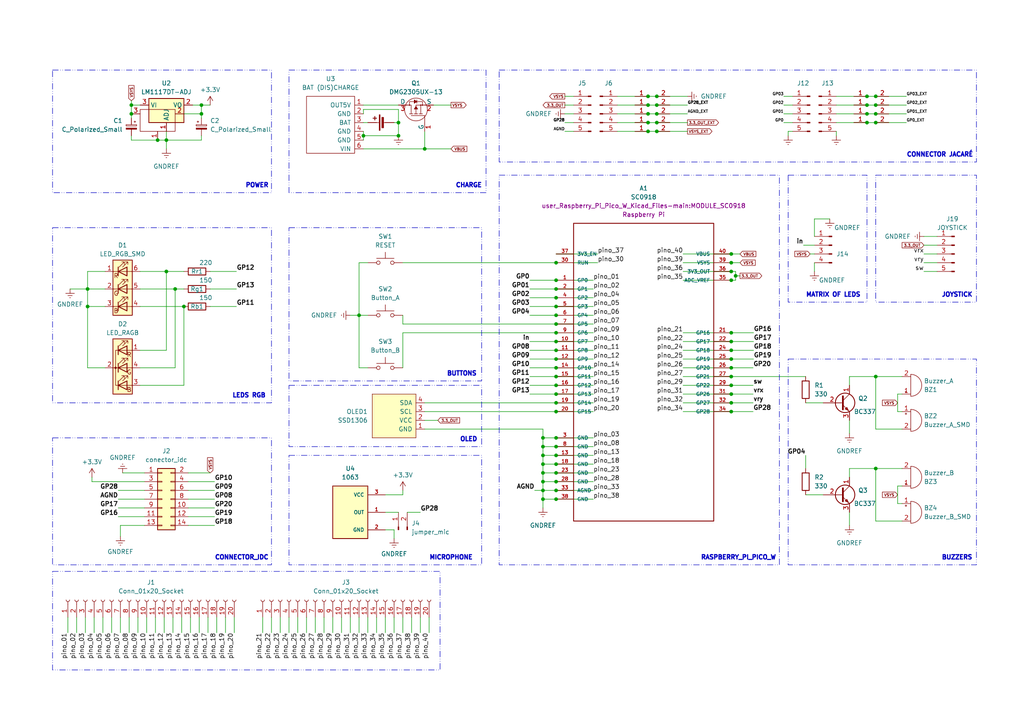
<source format=kicad_sch>
(kicad_sch (version 20230121) (generator eeschema)
  (paper "A4")
  (junction (at 161.29 111.76))
  (junction (at 161.29 99.06))
  (junction (at 161.29 116.84))
  (junction (at 161.29 109.22))
  (junction (at 161.29 104.14))
  (junction (at 161.29 134.62))
  (junction (at 212.09 109.22))
  (junction (at 161.29 132.08))
  (junction (at 58.42 33.02))
  (junction (at 161.29 129.54))
  (junction (at 161.29 137.16))
  (junction (at 254 35.56))
  (junction (at 104.14 91.44))
  (junction (at 53.34 88.9))
  (junction (at 212.09 116.84))
  (junction (at 157.48 132.08))
  (junction (at 251.46 30.48))
  (junction (at 161.29 119.38))
  (junction (at 161.29 88.9))
  (junction (at 190.5 30.48))
  (junction (at 212.09 104.14))
  (junction (at 212.09 101.6))
  (junction (at 212.09 119.38))
  (junction (at 161.29 96.52))
  (junction (at 212.09 96.52))
  (junction (at 157.48 127))
  (junction (at 38.1 33.02))
  (junction (at 212.09 76.2))
  (junction (at 157.48 129.54))
  (junction (at 161.29 86.36))
  (junction (at 254 30.48))
  (junction (at 254 33.02))
  (junction (at 161.29 114.3))
  (junction (at 190.5 35.56))
  (junction (at 161.29 139.7))
  (junction (at 212.09 81.28))
  (junction (at 161.29 106.68))
  (junction (at 187.96 38.1))
  (junction (at 254 27.94))
  (junction (at 187.96 33.02))
  (junction (at 212.09 111.76))
  (junction (at 187.96 35.56))
  (junction (at 161.29 76.2))
  (junction (at 251.46 27.94))
  (junction (at 38.1 30.48))
  (junction (at 157.48 137.16))
  (junction (at 212.09 78.74))
  (junction (at 157.48 134.62))
  (junction (at 157.48 144.78))
  (junction (at 157.48 142.24))
  (junction (at 254 109.22))
  (junction (at 123.19 43.18))
  (junction (at 212.09 73.66))
  (junction (at 251.46 35.56))
  (junction (at 187.96 27.94))
  (junction (at 161.29 81.28))
  (junction (at 213.36 80.01))
  (junction (at 50.8 83.82))
  (junction (at 254 135.89))
  (junction (at 105.41 39.37))
  (junction (at 25.4 83.82))
  (junction (at 212.09 114.3))
  (junction (at 157.48 139.7))
  (junction (at 161.29 142.24))
  (junction (at 161.29 101.6))
  (junction (at 187.96 30.48))
  (junction (at 25.4 88.9))
  (junction (at 161.29 83.82))
  (junction (at 161.29 127))
  (junction (at 212.09 106.68))
  (junction (at 251.46 33.02))
  (junction (at 48.26 78.74))
  (junction (at 190.5 38.1))
  (junction (at 45.72 40.64))
  (junction (at 161.29 91.44))
  (junction (at 190.5 33.02))
  (junction (at 161.29 144.78))
  (junction (at 161.29 93.98))
  (junction (at 115.57 39.37))
  (junction (at 115.57 35.56))
  (junction (at 212.09 99.06))
  (junction (at 58.42 30.48))
  (junction (at 190.5 27.94))
  (junction (at 48.26 40.64))
  (wire (pts (xy 118.11 148.59) (xy 121.92 148.59)))
  (wire (pts (xy 254 109.22) (xy 261.62 109.22)))
  (wire (pts (xy 260.35 146.05) (xy 261.62 146.05)))
  (wire (pts (xy 161.29 76.2) (xy 173.355 76.2)))
  (wire (pts (xy 125.73 30.48) (xy 130.81 30.48)))
  (wire (pts (xy 260.35 119.38) (xy 261.62 119.38)))
  (wire (pts (xy 254 135.89) (xy 254 151.13)))
  (wire (pts (xy 116.84 179.07) (xy 116.84 183.515)))
  (wire (pts (xy 179.07 35.56) (xy 187.96 35.56)))
  (wire (pts (xy 212.09 96.52) (xy 218.567 96.52)))
  (wire (pts (xy 198.12 111.76) (xy 212.09 111.76)))
  (wire (pts (xy 157.48 132.08) (xy 157.48 134.62)))
  (wire (pts (xy 153.67 111.76) (xy 161.29 111.76)))
  (wire (pts (xy 53.34 33.02) (xy 58.42 33.02)))
  (wire (pts (xy 179.07 33.02) (xy 187.96 33.02)))
  (wire (pts (xy 67.945 179.07) (xy 67.945 183.515)))
  (wire (pts (xy 198.12 104.14) (xy 212.09 104.14)))
  (wire (pts (xy 161.29 81.28) (xy 172.085 81.28)))
  (wire (pts (xy 242.57 35.56) (xy 251.46 35.56)))
  (wire (pts (xy 58.42 40.64) (xy 48.26 40.64)))
  (wire (pts (xy 111.76 153.67) (xy 114.3 153.67)))
  (wire (pts (xy 153.67 91.44) (xy 161.29 91.44)))
  (wire (pts (xy 153.67 99.06) (xy 161.29 99.06)))
  (wire (pts (xy 25.4 106.68) (xy 25.4 88.9)))
  (wire (pts (xy 105.41 38.1) (xy 105.41 39.37)))
  (wire (pts (xy 19.685 179.07) (xy 19.685 183.515)))
  (wire (pts (xy 99.06 179.07) (xy 99.06 183.515)))
  (wire (pts (xy 123.19 121.92) (xy 127 121.92)))
  (wire (pts (xy 34.29 142.24) (xy 41.91 142.24)))
  (wire (pts (xy 27.305 179.07) (xy 27.305 183.515)))
  (wire (pts (xy 78.74 179.07) (xy 78.74 183.515)))
  (wire (pts (xy 38.1 30.48) (xy 38.1 33.02)))
  (wire (pts (xy 37.465 179.07) (xy 37.465 183.515)))
  (wire (pts (xy 233.68 143.51) (xy 238.76 143.51)))
  (wire (pts (xy 119.38 179.07) (xy 119.38 183.515)))
  (wire (pts (xy 29.845 179.07) (xy 29.845 183.515)))
  (wire (pts (xy 109.22 179.07) (xy 109.22 183.515)))
  (wire (pts (xy 25.4 83.82) (xy 30.48 83.82)))
  (wire (pts (xy 116.84 143.51) (xy 111.76 143.51)))
  (wire (pts (xy 105.41 39.37) (xy 115.57 39.37)))
  (wire (pts (xy 187.96 35.56) (xy 190.5 35.56)))
  (wire (pts (xy 271.78 73.66) (xy 267.97 73.66)))
  (wire (pts (xy 161.29 88.9) (xy 172.085 88.9)))
  (wire (pts (xy 190.5 27.94) (xy 199.39 27.94)))
  (wire (pts (xy 234.95 73.66) (xy 236.22 73.66)))
  (wire (pts (xy 233.68 132.08) (xy 233.68 135.89)))
  (wire (pts (xy 153.67 114.3) (xy 161.29 114.3)))
  (wire (pts (xy 26.67 139.7) (xy 26.67 138.43)))
  (wire (pts (xy 104.14 76.2) (xy 104.14 91.44)))
  (wire (pts (xy 157.48 129.54) (xy 157.48 132.08)))
  (wire (pts (xy 76.2 179.07) (xy 76.2 183.515)))
  (wire (pts (xy 123.19 38.1) (xy 123.19 43.18)))
  (wire (pts (xy 161.29 129.54) (xy 157.48 129.54)))
  (wire (pts (xy 161.29 101.6) (xy 172.085 101.6)))
  (wire (pts (xy 190.5 35.56) (xy 199.39 35.56)))
  (wire (pts (xy 101.6 91.44) (xy 104.14 91.44)))
  (wire (pts (xy 157.48 124.46) (xy 157.48 127)))
  (wire (pts (xy 105.41 31.75) (xy 105.41 33.02)))
  (wire (pts (xy 161.29 144.78) (xy 172.085 144.78)))
  (wire (pts (xy 161.29 134.62) (xy 172.085 134.62)))
  (wire (pts (xy 54.61 147.32) (xy 62.23 147.32)))
  (wire (pts (xy 161.29 132.08) (xy 157.48 132.08)))
  (wire (pts (xy 246.38 148.59) (xy 246.38 152.4)))
  (wire (pts (xy 50.165 179.07) (xy 50.165 183.515)))
  (wire (pts (xy 157.48 139.7) (xy 157.48 142.24)))
  (wire (pts (xy 163.83 30.48) (xy 166.37 30.48)))
  (wire (pts (xy 52.705 179.07) (xy 52.705 183.515)))
  (wire (pts (xy 163.83 35.56) (xy 166.37 35.56)))
  (wire (pts (xy 242.57 38.1) (xy 242.57 39.37)))
  (wire (pts (xy 116.84 142.24) (xy 116.84 143.51)))
  (wire (pts (xy 101.6 179.07) (xy 101.6 183.515)))
  (wire (pts (xy 161.29 137.16) (xy 157.48 137.16)))
  (wire (pts (xy 227.33 30.48) (xy 229.87 30.48)))
  (wire (pts (xy 40.64 78.74) (xy 48.26 78.74)))
  (wire (pts (xy 50.8 83.82) (xy 53.34 83.82)))
  (wire (pts (xy 30.48 78.74) (xy 25.4 78.74)))
  (wire (pts (xy 213.36 80.01) (xy 214.63 80.01)))
  (wire (pts (xy 114.3 179.07) (xy 114.3 183.515)))
  (wire (pts (xy 123.19 43.18) (xy 105.41 43.18)))
  (wire (pts (xy 251.46 27.94) (xy 254 27.94)))
  (wire (pts (xy 153.67 109.22) (xy 161.29 109.22)))
  (wire (pts (xy 24.765 179.07) (xy 24.765 183.515)))
  (wire (pts (xy 187.96 27.94) (xy 190.5 27.94)))
  (wire (pts (xy 227.33 33.02) (xy 229.87 33.02)))
  (wire (pts (xy 22.225 179.07) (xy 22.225 183.515)))
  (wire (pts (xy 161.29 127) (xy 172.085 127)))
  (wire (pts (xy 88.9 179.07) (xy 88.9 183.515)))
  (wire (pts (xy 271.78 68.58) (xy 267.97 68.58)))
  (wire (pts (xy 153.67 104.14) (xy 161.29 104.14)))
  (wire (pts (xy 161.29 106.68) (xy 172.085 106.68)))
  (wire (pts (xy 198.12 73.66) (xy 212.09 73.66)))
  (wire (pts (xy 38.1 39.37) (xy 38.1 40.64)))
  (wire (pts (xy 105.41 35.56) (xy 106.68 35.56)))
  (wire (pts (xy 198.12 114.3) (xy 212.09 114.3)))
  (wire (pts (xy 121.92 179.07) (xy 121.92 183.515)))
  (wire (pts (xy 163.83 38.1) (xy 166.37 38.1)))
  (wire (pts (xy 157.48 144.78) (xy 161.29 144.78)))
  (wire (pts (xy 212.09 101.6) (xy 218.567 101.6)))
  (wire (pts (xy 123.19 116.84) (xy 161.29 116.84)))
  (wire (pts (xy 233.045 71.12) (xy 236.22 71.12)))
  (wire (pts (xy 153.67 88.9) (xy 161.29 88.9)))
  (wire (pts (xy 228.6 38.1) (xy 229.87 38.1)))
  (wire (pts (xy 242.57 33.02) (xy 251.46 33.02)))
  (wire (pts (xy 198.12 96.52) (xy 212.09 96.52)))
  (wire (pts (xy 212.09 73.66) (xy 214.63 73.66)))
  (wire (pts (xy 48.26 78.74) (xy 53.34 78.74)))
  (wire (pts (xy 40.64 83.82) (xy 50.8 83.82)))
  (wire (pts (xy 54.61 149.86) (xy 62.23 149.86)))
  (wire (pts (xy 213.36 81.28) (xy 213.36 80.01)))
  (wire (pts (xy 40.64 101.6) (xy 48.26 101.6)))
  (wire (pts (xy 246.38 121.92) (xy 246.38 125.73)))
  (wire (pts (xy 246.38 111.76) (xy 246.38 109.22)))
  (wire (pts (xy 246.38 135.89) (xy 254 135.89)))
  (wire (pts (xy 251.46 33.02) (xy 254 33.02)))
  (wire (pts (xy 40.64 111.76) (xy 53.34 111.76)))
  (wire (pts (xy 38.1 34.29) (xy 38.1 33.02)))
  (wire (pts (xy 161.29 111.76) (xy 172.085 111.76)))
  (wire (pts (xy 254 135.89) (xy 261.62 135.89)))
  (wire (pts (xy 212.09 119.38) (xy 218.44 119.38)))
  (wire (pts (xy 198.12 81.28) (xy 212.09 81.28)))
  (wire (pts (xy 198.12 101.6) (xy 212.09 101.6)))
  (wire (pts (xy 105.41 39.37) (xy 105.41 40.64)))
  (wire (pts (xy 163.83 33.02) (xy 166.37 33.02)))
  (wire (pts (xy 161.29 99.06) (xy 172.085 99.06)))
  (wire (pts (xy 161.29 137.16) (xy 172.085 137.16)))
  (wire (pts (xy 96.52 179.07) (xy 96.52 183.515)))
  (wire (pts (xy 157.48 134.62) (xy 157.48 137.16)))
  (wire (pts (xy 161.29 132.08) (xy 172.085 132.08)))
  (wire (pts (xy 30.48 88.9) (xy 25.4 88.9)))
  (wire (pts (xy 50.8 83.82) (xy 50.8 106.68)))
  (wire (pts (xy 198.12 78.74) (xy 212.09 78.74)))
  (wire (pts (xy 179.07 30.48) (xy 187.96 30.48)))
  (wire (pts (xy 227.33 27.94) (xy 229.87 27.94)))
  (wire (pts (xy 261.62 114.3) (xy 260.35 114.3)))
  (wire (pts (xy 93.98 179.07) (xy 93.98 183.515)))
  (wire (pts (xy 161.29 73.66) (xy 173.355 73.66)))
  (wire (pts (xy 260.35 140.97) (xy 260.35 146.05)))
  (wire (pts (xy 55.245 179.07) (xy 55.245 183.515)))
  (wire (pts (xy 25.4 88.9) (xy 25.4 83.82)))
  (wire (pts (xy 157.48 142.24) (xy 157.48 144.78)))
  (wire (pts (xy 198.12 106.68) (xy 212.09 106.68)))
  (wire (pts (xy 161.29 119.38) (xy 172.085 119.38)))
  (wire (pts (xy 163.83 27.94) (xy 166.37 27.94)))
  (wire (pts (xy 34.925 179.07) (xy 34.925 183.515)))
  (wire (pts (xy 106.68 179.07) (xy 106.68 183.515)))
  (wire (pts (xy 58.42 34.29) (xy 58.42 33.02)))
  (wire (pts (xy 254 33.02) (xy 262.89 33.02)))
  (wire (pts (xy 254 27.94) (xy 262.89 27.94)))
  (wire (pts (xy 104.14 179.07) (xy 104.14 183.515)))
  (wire (pts (xy 161.29 116.84) (xy 172.085 116.84)))
  (wire (pts (xy 86.36 179.07) (xy 86.36 183.515)))
  (wire (pts (xy 54.61 152.4) (xy 62.23 152.4)))
  (wire (pts (xy 198.12 116.84) (xy 212.09 116.84)))
  (wire (pts (xy 60.325 179.07) (xy 60.325 183.515)))
  (wire (pts (xy 123.19 43.18) (xy 130.81 43.18)))
  (wire (pts (xy 123.19 119.38) (xy 161.29 119.38)))
  (wire (pts (xy 48.26 38.1) (xy 48.26 40.64)))
  (wire (pts (xy 38.1 29.21) (xy 38.1 30.48)))
  (wire (pts (xy 34.925 152.4) (xy 41.91 152.4)))
  (wire (pts (xy 58.42 39.37) (xy 58.42 40.64)))
  (wire (pts (xy 254 151.13) (xy 261.62 151.13)))
  (wire (pts (xy 179.07 38.1) (xy 187.96 38.1)))
  (wire (pts (xy 34.29 144.78) (xy 41.91 144.78)))
  (wire (pts (xy 161.29 139.7) (xy 172.085 139.7)))
  (wire (pts (xy 198.12 119.38) (xy 212.09 119.38)))
  (wire (pts (xy 179.07 27.94) (xy 187.96 27.94)))
  (wire (pts (xy 38.1 40.64) (xy 45.72 40.64)))
  (wire (pts (xy 111.76 179.07) (xy 111.76 183.515)))
  (wire (pts (xy 157.48 127) (xy 157.48 129.54)))
  (wire (pts (xy 26.67 139.7) (xy 41.91 139.7)))
  (wire (pts (xy 115.57 31.75) (xy 115.57 35.56)))
  (wire (pts (xy 187.96 30.48) (xy 190.5 30.48)))
  (wire (pts (xy 32.385 179.07) (xy 32.385 183.515)))
  (wire (pts (xy 271.78 76.2) (xy 267.97 76.2)))
  (wire (pts (xy 54.61 139.7) (xy 62.23 139.7)))
  (wire (pts (xy 25.4 78.74) (xy 25.4 83.82)))
  (wire (pts (xy 212.09 76.2) (xy 214.63 76.2)))
  (wire (pts (xy 40.64 88.9) (xy 53.34 88.9)))
  (wire (pts (xy 190.5 33.02) (xy 199.39 33.02)))
  (wire (pts (xy 227.33 35.56) (xy 229.87 35.56)))
  (wire (pts (xy 48.26 40.64) (xy 48.26 43.18)))
  (wire (pts (xy 47.625 179.07) (xy 47.625 183.515)))
  (wire (pts (xy 161.29 96.52) (xy 172.085 96.52)))
  (wire (pts (xy 60.96 88.9) (xy 68.58 88.9)))
  (wire (pts (xy 65.405 179.07) (xy 65.405 183.515)))
  (wire (pts (xy 157.48 137.16) (xy 157.48 139.7)))
  (wire (pts (xy 155.067 142.24) (xy 157.48 142.24)))
  (wire (pts (xy 153.67 83.82) (xy 161.29 83.82)))
  (wire (pts (xy 34.925 152.4) (xy 34.925 155.575)))
  (wire (pts (xy 58.42 30.48) (xy 60.96 30.48)))
  (wire (pts (xy 116.84 76.2) (xy 161.29 76.2)))
  (wire (pts (xy 54.61 142.24) (xy 62.23 142.24)))
  (wire (pts (xy 157.48 142.24) (xy 161.29 142.24)))
  (wire (pts (xy 271.78 71.12) (xy 267.97 71.12)))
  (wire (pts (xy 20.32 83.82) (xy 25.4 83.82)))
  (wire (pts (xy 187.96 38.1) (xy 190.5 38.1)))
  (wire (pts (xy 111.76 148.59) (xy 115.57 148.59)))
  (wire (pts (xy 190.5 30.48) (xy 199.39 30.48)))
  (wire (pts (xy 246.38 138.43) (xy 246.38 135.89)))
  (wire (pts (xy 30.48 106.68) (xy 25.4 106.68)))
  (wire (pts (xy 198.12 76.2) (xy 212.09 76.2)))
  (wire (pts (xy 212.09 99.06) (xy 218.567 99.06)))
  (wire (pts (xy 213.36 80.01) (xy 213.36 78.74)))
  (wire (pts (xy 161.29 109.22) (xy 172.085 109.22)))
  (wire (pts (xy 45.72 40.64) (xy 48.26 40.64)))
  (wire (pts (xy 254 35.56) (xy 262.89 35.56)))
  (wire (pts (xy 212.09 109.22) (xy 233.68 109.22)))
  (wire (pts (xy 161.29 104.14) (xy 172.085 104.14)))
  (wire (pts (xy 83.82 179.07) (xy 83.82 183.515)))
  (wire (pts (xy 153.67 106.68) (xy 161.29 106.68)))
  (wire (pts (xy 212.09 81.28) (xy 213.36 81.28)))
  (wire (pts (xy 254 124.46) (xy 254 109.22)))
  (wire (pts (xy 251.46 30.48) (xy 254 30.48)))
  (wire (pts (xy 91.44 179.07) (xy 91.44 183.515)))
  (wire (pts (xy 161.29 134.62) (xy 157.48 134.62)))
  (wire (pts (xy 260.35 114.3) (xy 260.35 119.38)))
  (wire (pts (xy 242.57 27.94) (xy 251.46 27.94)))
  (wire (pts (xy 45.085 179.07) (xy 45.085 183.515)))
  (wire (pts (xy 251.46 35.56) (xy 254 35.56)))
  (wire (pts (xy 161.29 129.54) (xy 172.085 129.54)))
  (wire (pts (xy 54.61 144.78) (xy 62.23 144.78)))
  (wire (pts (xy 105.41 30.48) (xy 115.57 30.48)))
  (wire (pts (xy 105.41 31.75) (xy 115.57 31.75)))
  (wire (pts (xy 161.29 142.24) (xy 172.085 142.24)))
  (wire (pts (xy 34.29 149.86) (xy 41.91 149.86)))
  (wire (pts (xy 261.62 140.97) (xy 260.35 140.97)))
  (wire (pts (xy 212.09 78.74) (xy 213.36 78.74)))
  (wire (pts (xy 40.64 106.68) (xy 50.8 106.68)))
  (wire (pts (xy 261.62 124.46) (xy 254 124.46)))
  (wire (pts (xy 212.09 116.84) (xy 218.44 116.84)))
  (wire (pts (xy 106.68 106.68) (xy 104.14 106.68)))
  (wire (pts (xy 236.22 76.2) (xy 236.22 78.74)))
  (wire (pts (xy 212.09 114.3) (xy 218.44 114.3)))
  (wire (pts (xy 114.3 35.56) (xy 115.57 35.56)))
  (wire (pts (xy 104.14 91.44) (xy 106.68 91.44)))
  (wire (pts (xy 246.38 109.22) (xy 254 109.22)))
  (wire (pts (xy 212.09 106.68) (xy 218.44 106.68)))
  (wire (pts (xy 212.09 104.14) (xy 218.567 104.14)))
  (wire (pts (xy 104.14 91.44) (xy 104.14 106.68)))
  (wire (pts (xy 48.26 78.74) (xy 48.26 101.6)))
  (wire (pts (xy 161.29 86.36) (xy 172.085 86.36)))
  (wire (pts (xy 161.29 139.7) (xy 157.48 139.7)))
  (wire (pts (xy 198.12 99.06) (xy 212.09 99.06)))
  (wire (pts (xy 236.22 63.5) (xy 240.665 63.5)))
  (wire (pts (xy 161.29 127) (xy 157.48 127)))
  (wire (pts (xy 53.34 88.9) (xy 53.34 111.76)))
  (wire (pts (xy 35.56 137.16) (xy 41.91 137.16)))
  (wire (pts (xy 38.1 30.48) (xy 40.64 30.48)))
  (wire (pts (xy 60.96 78.74) (xy 68.58 78.74)))
  (wire (pts (xy 34.29 147.32) (xy 41.91 147.32)))
  (wire (pts (xy 228.6 39.37) (xy 228.6 38.1)))
  (wire (pts (xy 161.29 91.44) (xy 172.085 91.44)))
  (wire (pts (xy 233.68 116.84) (xy 238.76 116.84)))
  (wire (pts (xy 58.42 30.48) (xy 58.42 33.02)))
  (wire (pts (xy 198.12 109.22) (xy 212.09 109.22)))
  (wire (pts (xy 116.84 91.44) (xy 116.84 93.98)))
  (wire (pts (xy 114.3 153.67) (xy 114.3 156.21)))
  (wire (pts (xy 40.005 179.07) (xy 40.005 183.515)))
  (wire (pts (xy 190.5 38.1) (xy 199.39 38.1)))
  (wire (pts (xy 254 30.48) (xy 262.89 30.48)))
  (wire (pts (xy 242.57 30.48) (xy 251.46 30.48)))
  (wire (pts (xy 81.28 179.07) (xy 81.28 183.515)))
  (wire (pts (xy 212.09 111.76) (xy 218.44 111.76)))
  (wire (pts (xy 153.67 81.28) (xy 161.29 81.28)))
  (wire (pts (xy 54.61 137.16) (xy 60.96 137.16)))
  (wire (pts (xy 161.29 83.82) (xy 172.085 83.82)))
  (wire (pts (xy 116.84 96.52) (xy 161.29 96.52)))
  (wire (pts (xy 236.22 68.58) (xy 236.22 63.5)))
  (wire (pts (xy 153.67 101.6) (xy 161.29 101.6)))
  (wire (pts (xy 106.68 76.2) (xy 104.14 76.2)))
  (wire (pts (xy 116.84 93.98) (xy 161.29 93.98)))
  (wire (pts (xy 62.865 179.07) (xy 62.865 183.515)))
  (wire (pts (xy 116.84 106.68) (xy 116.84 96.52)))
  (wire (pts (xy 157.48 147.32) (xy 157.48 144.78)))
  (wire (pts (xy 60.96 83.82) (xy 68.58 83.82)))
  (wire (pts (xy 42.545 179.07) (xy 42.545 183.515)))
  (wire (pts (xy 55.88 30.48) (xy 58.42 30.48)))
  (wire (pts (xy 271.78 78.74) (xy 267.97 78.74)))
  (wire (pts (xy 123.19 124.46) (xy 157.48 124.46)))
  (wire (pts (xy 153.67 86.36) (xy 161.29 86.36)))
  (wire (pts (xy 187.96 33.02) (xy 190.5 33.02)))
  (wire (pts (xy 161.29 114.3) (xy 172.085 114.3)))
  (wire (pts (xy 115.57 35.56) (xy 115.57 39.37)))
  (wire (pts (xy 57.785 179.07) (xy 57.785 183.515)))
  (wire (pts (xy 161.29 93.98) (xy 172.085 93.98)))
  (wire (pts (xy 124.46 179.07) (xy 124.46 183.515)))
  (rectangle (start 15.24 165.735) (end 127.635 194.31) (stroke (width 0) (type dash_dot_dot)))
  (rectangle (start 83.82 66.04) (end 139.7 110.49) (stroke (width 0) (type dash_dot_dot)))
  (rectangle (start 15.24 127) (end 78.74 163.83) (stroke (width 0) (type dash_dot_dot)))
  (rectangle (start 254 50.8) (end 283.21 87.63) (stroke (width 0) (type dash_dot_dot)))
  (rectangle (start 83.82 20.32) (end 140.97 55.88) (stroke (width 0) (type dash_dot_dot)))
  (rectangle (start 83.82 132.08) (end 139.7 163.83) (stroke (width 0) (type dash_dot_dot)))
  (rectangle (start 228.6 104.14) (end 283.21 163.83) (stroke (width 0) (type dash_dot_dot)))
  (rectangle (start 15.24 20.32) (end 78.74 55.88) (stroke (width 0) (type dash_dot_dot)))
  (rectangle (start 144.78 50.8) (end 226.06 163.83) (stroke (width 0) (type dash_dot_dot)))
  (rectangle (start 228.6 50.8) (end 251.46 87.63) (stroke (width 0) (type dash_dot_dot)))
  (rectangle (start 15.24 66.04) (end 78.74 116.84) (stroke (width 0) (type dash_dot_dot)))
  (rectangle (start 83.82 111.76) (end 139.7 129.54) (stroke (width 0) (type dash_dot_dot)))
  (rectangle (start 144.78 20.32) (end 283.21 46.99) (stroke (width 0) (type dash_dot_dot)))
  (text "POWER" (at 71.12 54.61 0) (effects (font (size 1.27 1.27) (thickness 0.508) bold) (justify left bottom)))
  (text "OLED" (at 133.35 128.27 0) (effects (font (size 1.27 1.27) (thickness 0.508) bold) (justify left bottom)))
  (text "BUZZERS" (at 273.05 162.56 0) (effects (font (size 1.27 1.27) (thickness 0.508) bold) (justify left bottom)))
  (text "LEDS RGB" (at 67.31 115.57 0) (effects (font (size 1.27 1.27) (thickness 0.508) bold) (justify left bottom)))
  (text "BUTTONS" (at 129.54 109.22 0) (effects (font (size 1.27 1.27) (thickness 0.508) bold) (justify left bottom)))
  (text "MICROPHONE" (at 124.46 162.56 0) (effects (font (size 1.27 1.27) (thickness 0.508) bold) (justify left bottom)))
  (text "CONNECTOR_IDC" (at 62.23 162.56 0) (effects (font (size 1.27 1.27) (thickness 0.508) bold) (justify left bottom)))
  (text "CONNECTOR JACARÉ" (at 262.89 45.72 0) (effects (font (size 1.27 1.27) (thickness 0.508) bold) (justify left bottom)))
  (text "CHARGE\n" (at 132.08 54.61 0) (effects (font (size 1.27 1.27) (thickness 0.508) bold) (justify left bottom)))
  (text "MATRIX OF LEDS" (at 233.68 86.36 0) (effects (font (size 1.27 1.27) (thickness 0.508) bold) (justify left bottom)))
  (text "RASPBERRY_PI_PICO_W" (at 203.2 162.56 0) (effects (font (size 1.27 1.27) (thickness 0.508) bold) (justify left bottom)))
  (text "JOYSTICK" (at 273.05 86.36 0) (effects (font (size 1.27 1.27) (thickness 0.508) bold) (justify left bottom)))
  (label "pino_18" (at 62.865 183.515 270))
  (label "pino_01" (at 172.085 81.28 0))
  (label "pino_25" (at 86.36 183.515 270))
  (label "GP13" (at 153.67 114.3 180) (effects (font bold)))
  (label "GP16" (at 218.567 96.52 0) (effects (font bold)))
  (label "pino_18" (at 172.085 134.62 0))
  (label "pino_34" (at 109.22 183.515 270))
  (label "pino_40" (at 124.46 183.515 270))
  (label "pino_27" (at 198.12 109.22 180))
  (label "GP02" (at 153.67 86.36 180) (effects (font bold)))
  (label "in" (at 153.67 99.06 180) (effects (font (thickness 0.254) bold)))
  (label "pino_24" (at 198.12 101.6 180))
  (label "pino_23" (at 172.085 137.16 0))
  (label "in" (at 233.045 71.12 180) (effects (font (thickness 0.254) bold)))
  (label "pino_10" (at 42.545 183.515 270))
  (label "vry" (at 218.44 116.84 0) (effects (font (thickness 0.254) bold)))
  (label "pino_14" (at 172.085 106.68 0))
  (label "pino_21" (at 76.2 183.515 270))
  (label "vrx" (at 218.44 114.3 0) (effects (font (thickness 0.254) bold)))
  (label "pino_29" (at 198.12 111.76 180))
  (label "pino_09" (at 40.005 183.515 270))
  (label "pino_35" (at 111.76 183.515 270))
  (label "GP10" (at 153.67 106.68 180) (effects (font bold)))
  (label "pino_07" (at 172.085 93.98 0))
  (label "GP01_EXT" (at 262.89 33.02 0) (effects (font (size 0.8 0.8) bold)))
  (label "pino_32" (at 104.14 183.515 270))
  (label "GP09" (at 62.23 142.24 0) (effects (font (thickness 0.254) bold)))
  (label "GP12" (at 68.58 78.74 0) (effects (font bold)))
  (label "GP08" (at 153.67 101.6 180) (effects (font bold)))
  (label "GP01" (at 227.33 33.02 180) (effects (font (size 0.8 0.8) bold)))
  (label "pino_33" (at 106.68 183.515 270))
  (label "pino_38" (at 172.085 144.78 0))
  (label "GP04" (at 233.68 132.08 180) (effects (font bold)))
  (label "pino_07" (at 34.925 183.515 270))
  (label "pino_38" (at 119.38 183.515 270))
  (label "sw" (at 218.44 111.76 0) (effects (font (thickness 0.254) bold)))
  (label "pino_08" (at 37.465 183.515 270))
  (label "pino_40" (at 198.12 73.66 180))
  (label "GP04" (at 153.67 91.44 180) (effects (font bold)))
  (label "pino_06" (at 172.085 91.44 0))
  (label "pino_21" (at 198.12 96.52 180))
  (label "pino_30" (at 173.355 76.2 0))
  (label "GP28" (at 218.44 119.38 0) (effects (font (thickness 0.254) bold)))
  (label "GP18" (at 218.567 101.6 0) (effects (font bold)))
  (label "pino_35" (at 198.12 81.28 180))
  (label "pino_26" (at 88.9 183.515 270))
  (label "pino_31" (at 198.12 114.3 180))
  (label "GP11" (at 153.67 109.22 180) (effects (font bold)))
  (label "AGND" (at 155.067 142.24 180) (effects (font bold)))
  (label "GP03" (at 227.33 27.94 180) (effects (font (size 0.8 0.8) bold)))
  (label "GP08" (at 62.23 144.78 0) (effects (font bold)))
  (label "sw" (at 267.97 78.74 180))
  (label "pino_36" (at 114.3 183.515 270))
  (label "pino_19" (at 172.085 116.84 0))
  (label "pino_05" (at 172.085 88.9 0))
  (label "pino_11" (at 172.085 101.6 0))
  (label "pino_05" (at 29.845 183.515 270))
  (label "pino_28" (at 93.98 183.515 270))
  (label "GP20" (at 62.23 147.32 0) (effects (font (thickness 0.254) bold)))
  (label "GP0_EXT" (at 262.89 35.56 0) (effects (font (size 0.8 0.8) bold)))
  (label "pino_29" (at 96.52 183.515 270))
  (label "GP28" (at 163.83 35.56 180) (effects (font (size 0.8 0.8) (thickness 0.254) bold)))
  (label "pino_02" (at 172.085 83.82 0))
  (label "GP02_EXT" (at 262.89 30.48 0) (effects (font (size 0.8 0.8) bold)))
  (label "pino_16" (at 172.085 111.76 0))
  (label "GP19" (at 62.23 149.86 0) (effects (font bold)))
  (label "pino_16" (at 57.785 183.515 270))
  (label "pino_14" (at 52.705 183.515 270))
  (label "GP12" (at 153.67 111.76 180) (effects (font bold)))
  (label "pino_31" (at 101.6 183.515 270))
  (label "GP09" (at 153.67 104.14 180) (effects (font (thickness 0.254) bold)))
  (label "GP10" (at 62.23 139.7 0) (effects (font bold)))
  (label "GP16" (at 34.29 149.86 180) (effects (font bold)))
  (label "pino_20" (at 67.945 183.515 270))
  (label "pino_24" (at 83.82 183.515 270))
  (label "pino_39" (at 198.12 76.2 180))
  (label "GP13" (at 68.58 83.82 0) (effects (font bold)))
  (label "pino_37" (at 173.355 73.66 0))
  (label "pino_12" (at 47.625 183.515 270))
  (label "pino_28" (at 172.085 139.7 0))
  (label "GP0" (at 227.33 35.56 180) (effects (font (size 0.8 0.8) bold)))
  (label "pino_03" (at 24.765 183.515 270))
  (label "pino_04" (at 172.085 86.36 0))
  (label "pino_30" (at 99.06 183.515 270))
  (label "pino_09" (at 172.085 96.52 0))
  (label "pino_04" (at 27.305 183.515 270))
  (label "pino_19" (at 65.405 183.515 270))
  (label "pino_26" (at 198.12 106.68 180))
  (label "GP17" (at 218.567 99.06 0) (effects (font bold)))
  (label "pino_17" (at 172.085 114.3 0))
  (label "GP28_EXT" (at 199.39 30.48 0) (effects (font (size 0.8 0.8) (thickness 0.254) bold)))
  (label "GP19" (at 218.567 104.14 0) (effects (font bold)))
  (label "pino_37" (at 116.84 183.515 270))
  (label "GP0" (at 153.67 81.28 180) (effects (font bold)))
  (label "GP03" (at 153.67 88.9 180) (effects (font bold)))
  (label "GP02" (at 227.33 30.48 180) (effects (font (size 0.8 0.8) bold)))
  (label "AGND_EXT" (at 199.39 33.02 0) (effects (font (size 0.8 0.8) bold)))
  (label "pino_11" (at 45.085 183.515 270))
  (label "pino_12" (at 172.085 104.14 0))
  (label "GP28" (at 34.29 142.24 180) (effects (font (thickness 0.254) bold)))
  (label "pino_22" (at 198.12 99.06 180))
  (label "pino_08" (at 172.085 129.54 0))
  (label "GP18" (at 62.23 152.4 0) (effects (font bold)))
  (label "pino_33" (at 172.085 142.24 0))
  (label "pino_22" (at 78.74 183.515 270))
  (label "GP01" (at 153.67 83.82 180) (effects (font bold)))
  (label "pino_25" (at 198.12 104.14 180))
  (label "GP11" (at 68.58 88.9 0) (effects (font bold)))
  (label "pino_17" (at 60.325 183.515 270))
  (label "vry" (at 267.97 76.2 180))
  (label "pino_34" (at 198.12 119.38 180))
  (label "pino_15" (at 172.085 109.22 0))
  (label "pino_03" (at 172.085 127 0))
  (label "pino_01" (at 19.685 183.515 270))
  (label "GP03_EXT" (at 262.89 27.94 0) (effects (font (size 0.8 0.8) bold)))
  (label "pino_13" (at 50.165 183.515 270))
  (label "pino_13" (at 172.085 132.08 0))
  (label "pino_15" (at 55.245 183.515 270))
  (label "pino_39" (at 121.92 183.515 270))
  (label "GP17" (at 34.29 147.32 180) (effects (font bold)))
  (label "pino_20" (at 172.085 119.38 0))
  (label "pino_02" (at 22.225 183.515 270))
  (label "AGND" (at 163.83 38.1 180) (effects (font (size 0.8 0.8) bold)))
  (label "GP20" (at 218.44 106.68 0) (effects (font (thickness 0.254) bold)))
  (label "vrx" (at 267.97 73.66 180))
  (label "AGND" (at 34.29 144.78 180) (effects (font bold)))
  (label "pino_10" (at 172.085 99.06 0))
  (label "GP28" (at 121.92 148.59 0) (effects (font (thickness 0.254) bold)))
  (label "pino_06" (at 32.385 183.515 270))
  (label "pino_36" (at 198.12 78.74 180))
  (label "pino_27" (at 91.44 183.515 270))
  (label "pino_23" (at 81.28 183.515 270))
  (label "pino_32" (at 198.12 116.84 180))
  (global_label "3.3_OUT" (shape output) (at 163.83 30.48 180) (effects (font (size 0.8 0.8))) (property "Intersheetrefs" "${INTERSHEET_REFS}" (effects hide)))
  (global_label "VSYS" (shape input) (at 60.96 137.16 90) (effects (font (size 0.8 0.8))) (property "Intersheetrefs" "${INTERSHEET_REFS}" (effects hide)))
  (global_label "VSYS" (shape input) (at 260.35 116.84 180) (effects (font (size 0.8 0.8))) (property "Intersheetrefs" "${INTERSHEET_REFS}" (effects hide)))
  (global_label "VSYS_EXT" (shape output) (at 199.39 38.1 0) (effects (font (size 0.8 0.8))) (property "Intersheetrefs" "${INTERSHEET_REFS}" (effects hide)))
  (global_label "3.3_OUT_EXT" (shape output) (at 199.39 35.56 0) (effects (font (size 0.8 0.8))) (property "Intersheetrefs" "${INTERSHEET_REFS}" (effects hide)))
  (global_label "VSYS" (shape input) (at 38.1 29.21 90) (effects (font (size 0.8 0.8))) (property "Intersheetrefs" "${INTERSHEET_REFS}" (effects hide)))
  (global_label "VSYS" (shape output) (at 163.83 27.94 180) (effects (font (size 0.8 0.8))) (property "Intersheetrefs" "${INTERSHEET_REFS}" (effects hide)))
  (global_label "VSYS" (shape input) (at 260.35 143.51 180) (effects (font (size 0.8 0.8))) (property "Intersheetrefs" "${INTERSHEET_REFS}" (effects hide)))
  (global_label "VBUS" (shape input) (at 214.63 73.66 0) (effects (font (size 0.8 0.8))) (property "Intersheetrefs" "${INTERSHEET_REFS}" (effects hide)))
  (global_label "VSYS" (shape input) (at 234.95 73.66 180) (effects (font (size 0.8 0.8))) (property "Intersheetrefs" "${INTERSHEET_REFS}" (effects hide)))
  (global_label "VSYS" (shape input) (at 214.63 76.2 0) (effects (font (size 0.8 0.8))) (property "Intersheetrefs" "${INTERSHEET_REFS}" (effects hide)))
  (global_label "3.3_OUT" (shape input) (at 127 121.92 0) (effects (font (size 0.8 0.8))) (property "Intersheetrefs" "${INTERSHEET_REFS}" (effects hide)))
  (global_label "VSYS" (shape output) (at 130.81 30.48 0) (effects (font (size 0.8 0.8))) (property "Intersheetrefs" "${INTERSHEET_REFS}" (effects hide)))
  (global_label "VBUS" (shape input) (at 130.81 43.18 0) (effects (font (size 0.8 0.8))) (property "Intersheetrefs" "${INTERSHEET_REFS}" (effects hide)))
  (global_label "3.3_OUT" (shape output) (at 214.63 80.01 0) (effects (font (size 0.8 0.8))) (property "Intersheetrefs" "${INTERSHEET_REFS}" (effects hide)))
  (global_label "3.3_OUT" (shape input) (at 267.97 71.12 180) (effects (font (size 0.8 0.8))) (property "Intersheetrefs" "${INTERSHEET_REFS}" (effects hide)))
  (symbol (lib_id "power:GNDREF") (at 34.925 155.575 0) (unit 1)
    (property "Reference" "#PWR03" (effects hide))
    (property "Value" "GNDREF" (at 34.925 160.02 0))
  )
  (symbol (lib_id "Device:R") (at 233.68 113.03 0) (unit 1)
    (property "Reference" "R1" (at 236.22 111.76 0) (effects (justify left)))
    (property "Value" "330" (at 236.22 114.3 0) (effects (justify left)))
    (property "Footprint" "Resistor_THT:R_Axial_DIN0207_L6.3mm_D2.5mm_P7.62mm_Horizontal" (effects hide))
  )
  (symbol (lib_id "power:GNDREF") (at 35.56 137.16 180) (unit 1)
    (property "Reference" "#PWR04" (effects hide))
    (property "Value" "GNDREF" (at 35.56 132.715 0))
  )
  (symbol (lib_id "power:+3.3V") (at 116.84 142.24 0) (unit 1)
    (property "Reference" "#PWR010" (effects hide))
    (property "Value" "+3.3V" (at 116.84 137.795 0))
  )
  (symbol (lib_id "Device:LED_RKBG") (at 35.56 106.68 0) (unit 1)
    (property "Reference" "D2" (at 35.56 93.98 0))
    (property "Value" "LED_RAGB" (at 35.56 96.52 0))
    (property "Footprint" "LED_THT:LED_D5.0mm-4_RGB_Wide_Pins" (effects hide))
  )
  (symbol (lib_id "Connector_custom:Conn_01x02") (at 189.23 26.67 0) (unit 1)
    (property "Reference" "J9" (effects hide))
    (property "Value" "GND" (effects hide))
    (property "Footprint" "Connector_Wire:SolderWire-2sqmm_1x02_P7.8mm_D2mm_OD3.9mm" (effects hide))
  )
  (symbol (lib_id "power:GNDREF") (at 199.39 27.94 90) (unit 1)
    (property "Reference" "#PWR013" (effects hide))
    (property "Value" "GNDREF" (at 203.2 27.94 90) (effects (justify right)))
  )
  (symbol (lib_id "Raspberry_Pi_Pico_W_SC0918:DMG2305UX-13") (at 120.65 30.48 90) (unit 1)
    (property "Reference" "Q1" (at 120.65 24.13 90))
    (property "Value" "DMG2305UX-13" (at 120.65 26.67 90))
    (property "Footprint" "Package_TO_SOT_SMD:SOT-23-3" (effects hide))
    (property "Datasheet" "https://www.diodes.com/assets/Datasheets/DMG2305UX.pdf" (effects hide))
    (property "Digi-Key_PN" "DMG2305UX-13DICT-ND" (effects hide))
    (property "MPN" "DMG2305UX-13" (effects hide))
    (property "Category" "Discrete Semiconductor Products" (effects hide))
    (property "Family" "Transistors - FETs, MOSFETs - Single" (effects hide))
    (property "DK_Datasheet_Link" "https://www.diodes.com/assets/Datasheets/DMG2305UX.pdf" (effects hide))
    (property "DK_Detail_Page" "/product-detail/en/diodes-incorporated/DMG2305UX-13/DMG2305UX-13DICT-ND/4251589" (effects hide))
    (property "Description" "MOSFET P-CH 20V 4.2A SOT23" (effects hide))
    (property "Manufacturer" "Diodes Incorporated" (effects hide))
    (property "Status" "Active" (effects hide))
  )
  (symbol (lib_id "Device:Buzzer") (at 264.16 148.59 0) (unit 1)
    (property "Reference" "BZ4" (at 267.97 147.32 0) (effects (justify left)))
    (property "Value" "Buzzer_B_SMD" (at 267.97 149.86 0) (effects (justify left)))
    (property "Footprint" "Buzzer_Beeper:MagneticBuzzer_CUI_CMT-8504-100-SMT" (effects hide))
  )
  (symbol (lib_id "power:GNDREF") (at 242.57 39.37 0) (unit 1)
    (property "Reference" "#PWR017" (effects hide))
    (property "Value" "GNDREF" (effects hide))
  )
  (symbol (lib_id "Device:C_Polarized_Small") (at 38.1 36.83 0) (mirror y) (unit 1)
    (property "Reference" "C1" (at 35.56 35.0139 0) (effects (justify left)))
    (property "Value" "C_Polarized_Small" (at 35.56 37.5539 0) (effects (justify left)))
    (property "Footprint" "Capacitor_SMD:CP_Elec_5x5.9" (effects hide))
  )
  (symbol (lib_id "Device:Buzzer") (at 264.16 121.92 0) (unit 1)
    (property "Reference" "BZ2" (at 267.97 120.65 0) (effects (justify left)))
    (property "Value" "Buzzer_A_SMD" (at 267.97 123.19 0) (effects (justify left)))
    (property "Footprint" "Buzzer_Beeper:MagneticBuzzer_CUI_CMT-8504-100-SMT" (effects hide))
  )
  (symbol (lib_id "Connector:Conn_01x02_Pin") (at 115.57 153.67 90) (unit 1)
    (property "Reference" "J4" (at 119.38 151.765 90) (effects (justify right)))
    (property "Value" "jumper_mic" (at 119.38 154.305 90) (effects (justify right)))
    (property "Footprint" "Connector_PinHeader_2.54mm:PinHeader_1x02_P2.54mm_Vertical" (effects hide))
  )
  (symbol (lib_id "Connector_custom:Conn_01x02") (at 189.23 29.21 0) (unit 1)
    (property "Reference" "J10" (effects hide))
    (property "Value" "GND" (effects hide))
    (property "Footprint" "Connector_Wire:SolderWire-2sqmm_1x02_P7.8mm_D2mm_OD3.9mm" (effects hide))
  )
  (symbol (lib_id "power:GNDREF") (at 228.6 39.37 0) (unit 1)
    (property "Reference" "#PWR014" (effects hide))
    (property "Value" "GNDREF" (effects hide))
  )
  (symbol (lib_id "Connector:Conn_01x20_Socket") (at 99.06 173.99 90) (unit 1)
    (property "Reference" "J3" (at 100.33 168.91 90))
    (property "Value" "Conn_01x20_Socket" (at 100.33 171.45 90))
    (property "Footprint" "Connector_PinHeader_2.54mm:PinHeader_1x20_P2.54mm_Vertical" (effects hide))
  )
  (symbol (lib_id "power:GNDREF") (at 163.83 33.02 270) (unit 1)
    (property "Reference" "#PWR012" (effects hide))
    (property "Value" "GNDREF" (at 160.02 33.02 90) (effects (justify right)))
  )
  (symbol (lib_id "Connector_custom:Conn_01x02") (at 252.73 29.21 0) (unit 1)
    (property "Reference" "J18" (effects hide))
    (property "Value" "GND" (effects hide))
    (property "Footprint" "Connector_Wire:SolderWire-2sqmm_1x02_P7.8mm_D2mm_OD3.9mm" (effects hide))
  )
  (symbol (lib_id "Connector:Conn_01x05_Pin") (at 234.95 33.02 0) (mirror y) (unit 1)
    (property "Reference" "J12" (at 231.14 24.13 0) (effects (justify right)))
    (property "Value" "Conn_01x05_Pin" (effects hide))
    (property "Footprint" "Connector_PinHeader_2.54mm:PinHeader_1x05_P2.54mm_Vertical" (effects hide))
  )
  (symbol (lib_id "Connector_custom:Conn_01x02") (at 252.73 24.13 0) (unit 1)
    (property "Reference" "J16" (effects hide))
    (property "Value" "GND" (effects hide))
    (property "Footprint" "Connector_Wire:SolderWire-2sqmm_1x02_P7.8mm_D2mm_OD3.9mm" (effects hide))
  )
  (symbol (lib_id "power:+3.3V") (at 60.96 30.48 0) (unit 1)
    (property "Reference" "#PWR06" (effects hide))
    (property "Value" "+3.3V" (at 60.96 26.035 0))
  )
  (symbol (lib_id "Device:C_Polarized_Small") (at 58.42 36.83 0) (unit 1)
    (property "Reference" "C2" (at 60.96 35.0139 0) (effects (justify left)))
    (property "Value" "C_Polarized_Small" (at 60.96 37.5539 0) (effects (justify left)))
    (property "Footprint" "Capacitor_SMD:CP_Elec_5x5.9" (effects hide))
  )
  (symbol (lib_id "Connector_custom:Conn_01x02") (at 252.73 21.59 0) (unit 1)
    (property "Reference" "J15" (effects hide))
    (property "Value" "GND" (effects hide))
    (property "Footprint" "Connector_Wire:SolderWire-2sqmm_1x02_P7.8mm_D2mm_OD3.9mm" (effects hide))
  )
  (symbol (lib_id "power:GNDREF") (at 115.57 39.37 0) (unit 1)
    (property "Reference" "#PWR09" (effects hide))
    (property "Value" "GNDREF" (effects hide))
  )
  (symbol (lib_id "Connector:Conn_01x05_Pin") (at 171.45 33.02 0) (mirror y) (unit 1)
    (property "Reference" "J5" (at 167.64 24.13 0) (effects (justify right)))
    (property "Value" "Conn_01x05_Pin" (effects hide))
    (property "Footprint" "Connector_PinHeader_2.54mm:PinHeader_1x05_P2.54mm_Vertical" (effects hide))
  )
  (symbol (lib_id "power:GNDREF") (at 236.22 78.74 0) (unit 1)
    (property "Reference" "#PWR015" (effects hide))
    (property "Value" "GNDREF" (at 241.3 81.28 0))
  )
  (symbol (lib_id "Device:Buzzer") (at 264.16 111.76 0) (mirror x) (unit 1)
    (property "Reference" "BZ1" (at 267.97 113.03 0) (effects (justify left)))
    (property "Value" "Buzzer_A" (at 267.97 110.49 0) (effects (justify left)))
    (property "Footprint" "Buzzer_Beeper:Buzzer_12x9.5RM7.6" (effects hide))
  )
  (symbol (lib_id "power:GNDREF") (at 20.32 83.82 0) (unit 1)
    (property "Reference" "#PWR01" (effects hide))
    (property "Value" "GNDREF" (at 20.32 88.265 0))
  )
  (symbol (lib_id "power:GNDREF") (at 246.38 125.73 0) (unit 1)
    (property "Reference" "#PWR018" (effects hide))
    (property "Value" "GNDREF" (at 246.38 130.81 0))
  )
  (symbol (lib_id "Device:R") (at 57.15 83.82 90) (unit 1)
    (property "Reference" "Rg1" (at 57.15 83.82 90))
    (property "Value" "150" (at 59.69 81.28 90))
    (property "Footprint" "Resistor_THT:R_Axial_DIN0207_L6.3mm_D2.5mm_P7.62mm_Horizontal" (effects hide))
  )
  (symbol (lib_id "microphone max4466:1063") (at 101.6 148.59 0) (unit 1)
    (property "Reference" "U4" (at 101.6 135.89 0))
    (property "Value" "1063" (at 101.6 138.43 0))
    (property "Footprint" "user_1063:MODULE_1063" (effects hide))
    (property "PARTREV" "1.0" (effects hide))
    (property "STANDARD" "Manufacturer Recommendations" (effects hide))
    (property "MANUFACTURER" "Adafruit Industries" (effects hide))
    (property "SNAPEDA_PN" "1063" (effects hide))
  )
  (symbol (lib_id "Device:R") (at 57.15 88.9 90) (unit 1)
    (property "Reference" "Rb1" (at 57.15 88.9 90))
    (property "Value" "150" (at 59.69 86.36 90))
    (property "Footprint" "Resistor_THT:R_Axial_DIN0207_L6.3mm_D2.5mm_P7.62mm_Horizontal" (effects hide))
  )
  (symbol (lib_id "power:GNDREF") (at 48.26 43.18 0) (unit 1)
    (property "Reference" "#PWR05" (effects hide))
    (property "Value" "GNDREF" (at 48.26 48.26 0))
  )
  (symbol (lib_id "power:GNDREF") (at 101.6 91.44 270) (unit 1)
    (property "Reference" "#PWR07" (effects hide))
    (property "Value" "GNDREF" (at 97.79 91.44 90) (effects (justify right)))
  )
  (symbol (lib_id "Raspberry_Pi_Pico_W_SC0918:SC0918") (at 186.69 107.95 0) (unit 1)
    (property "Reference" "A1" (at 186.69 54.61 0))
    (property "Value" "SC0918" (at 186.69 57.15 0))
    (property "Footprint" "user_Raspberry_Pi_Pico_W_Kicad_Files-main:MODULE_SC0918" (at 186.69 59.69 0))
    (property "Datasheet" "https://datasheets.raspberrypi.com/picow/pico-w-datasheet.pdf" (effects hide))
    (property "manufacturer" "Raspberry Pi" (at 186.69 62.23 0))
    (property "P/N" "SC0918" (effects hide))
    (property "PARTREV" "1.6" (effects hide))
    (property "MAXIMUM_PACKAGE_HEIGHT" "3.73mm" (effects hide))
  )
  (symbol (lib_id "Connector:Conn_01x05_Pin") (at 276.86 73.66 0) (mirror y) (unit 1)
    (property "Reference" "J19" (at 276.225 63.5 0))
    (property "Value" "JOYSTICK" (at 276.225 66.04 0))
    (property "Footprint" "user_ky-023-joystick-module-1.snapshot.4:ky-023" (effects hide))
  )
  (symbol (lib_id "power:+3.3V") (at 26.67 138.43 0) (unit 1)
    (property "Reference" "#PWR02" (effects hide))
    (property "Value" "+3.3V" (at 26.67 133.985 0))
  )
  (symbol (lib_id "Device:R") (at 233.68 139.7 0) (unit 1)
    (property "Reference" "R2" (at 236.22 138.43 0) (effects (justify left)))
    (property "Value" "330" (at 236.22 140.97 0) (effects (justify left)))
    (property "Footprint" "Resistor_THT:R_Axial_DIN0207_L6.3mm_D2.5mm_P7.62mm_Horizontal" (effects hide))
  )
  (symbol (lib_id "Switch:SW_Push") (at 111.76 91.44 0) (mirror y) (unit 1)
    (property "Reference" "SW2" (at 111.76 83.82 0))
    (property "Value" "Button_A" (at 111.76 86.36 0))
    (property "Footprint" "Button_Switch_THT:SW_PUSH_6mm" (effects hide))
  )
  (symbol (lib_id "Device:Battery_Cell") (at 111.76 35.56 90) (unit 1)
    (property "Reference" "BT1" (effects hide))
    (property "Value" "Battery_Cell" (effects hide))
    (property "Footprint" "Battery:BatteryHolder_MPD_BH-18650-PC2" (effects hide))
  )
  (symbol (lib_id "power:GNDREF") (at 157.48 147.32 0) (unit 1)
    (property "Reference" "#PWR011" (effects hide))
    (property "Value" "GNDREF" (at 157.48 152.4 0))
  )
  (symbol (lib_id "power:GNDREF") (at 240.665 63.5 0) (unit 1)
    (property "Reference" "#PWR016" (effects hide))
    (property "Value" "GNDREF" (at 245.745 66.04 0))
  )
  (symbol (lib_id "Device:LED_RGB") (at 35.56 83.82 0) (unit 1)
    (property "Reference" "D1" (at 35.56 71.12 0))
    (property "Value" "LED_RGB_SMD" (at 35.56 73.66 0))
    (property "Footprint" "LED_SMD:LED_RGB_5050-6" (effects hide))
  )
  (symbol (lib_id "dk_PMIC-Voltage-Regulators-Linear:LD1117V33") (at 45.72 33.02 0) (unit 1)
    (property "Reference" "U1" (effects hide))
    (property "Value" "3.3v_tht" (effects hide))
    (property "Footprint" "Package_TO_SOT_THT:TO-220-3_Vertical" (effects hide))
    (property "MPN" "LD1117V33" (effects hide))
    (property "Category" "Integrated Circuits (ICs)" (effects hide))
    (property "Family" "PMIC - Voltage Regulators - Linear" (effects hide))
    (property "DK_Datasheet_Link" "http://www.st.com/content/ccc/resource/technical/document/datasheet/99/3b/7d/91/91/51/4b/be/CD00000544.pdf/files/CD00000544.pdf/jcr:content/translations/en.CD00000544.pdf" (effects hide))
    (property "DK_Detail_Page" "/product-detail/en/stmicroelectronics/LD1117V33/497-1491-5-ND/586012" (effects hide))
    (property "Description" "IC REG LINEAR 3.3V 800MA TO220AB" (effects hide))
    (property "Manufacturer" "STMicroelectronics" (effects hide))
    (property "Status" "Active" (effects hide))
  )
  (symbol (lib_id "Switch:SW_Push") (at 111.76 76.2 0) (mirror y) (unit 1)
    (property "Reference" "SW1" (at 111.76 68.58 0))
    (property "Value" "RESET" (at 111.76 71.12 0))
    (property "Footprint" "Button_Switch_THT:SW_PUSH_6mm" (effects hide))
  )
  (symbol (lib_id "Connector_custom:Conn_01x02") (at 189.23 21.59 0) (unit 1)
    (property "Reference" "J7" (effects hide))
    (property "Value" "GND" (effects hide))
    (property "Footprint" "Connector_Wire:SolderWire-2sqmm_1x02_P7.8mm_D2mm_OD3.9mm" (effects hide))
  )
  (symbol (lib_id "Connector_custom:Conn_01x02") (at 189.23 31.75 0) (unit 1)
    (property "Reference" "J11" (effects hide))
    (property "Value" "GND" (effects hide))
    (property "Footprint" "Connector_Wire:SolderWire-2sqmm_1x02_P7.8mm_D2mm_OD3.9mm" (effects hide))
  )
  (symbol (lib_id "Connector:Conn_01x20_Socket") (at 42.545 173.99 90) (unit 1)
    (property "Reference" "J1" (at 43.815 168.91 90))
    (property "Value" "Conn_01x20_Socket" (at 43.815 171.45 90))
    (property "Footprint" "Connector_PinHeader_2.54mm:PinHeader_1x20_P2.54mm_Vertical" (effects hide))
  )
  (symbol (lib_id "Device:R") (at 57.15 78.74 90) (unit 1)
    (property "Reference" "Rr1" (at 57.15 78.74 90))
    (property "Value" "220" (at 59.69 76.2 90))
    (property "Footprint" "Resistor_THT:R_Axial_DIN0207_L6.3mm_D2.5mm_P7.62mm_Horizontal" (effects hide))
  )
  (symbol (lib_id "power:GNDREF") (at 267.97 68.58 270) (mirror x) (unit 1)
    (property "Reference" "#PWR020" (effects hide))
    (property "Value" "GNDREF" (at 264.16 68.58 90) (effects (justify right)))
  )
  (symbol (lib_id "Connector_Generic:Conn_02x07_Odd_Even") (at 46.99 144.78 0) (unit 1)
    (property "Reference" "J2" (at 48.26 130.81 0))
    (property "Value" "conector_idc" (at 48.26 133.35 0))
    (property "Footprint" "Connector_PinHeader_2.54mm:PinHeader_2x07_P2.54mm_Vertical" (effects hide))
  )
  (symbol (lib_id "Connector_custom:Conn_01x02") (at 252.73 26.67 0) (unit 1)
    (property "Reference" "J17" (effects hide))
    (property "Value" "GND" (effects hide))
    (property "Footprint" "Connector_Wire:SolderWire-2sqmm_1x02_P7.8mm_D2mm_OD3.9mm" (effects hide))
  )
  (symbol (lib_id "SSD1306-128x64_OLED:SSD1306") (at 114.3 120.65 270) (mirror x) (unit 1)
    (property "Reference" "OLED1" (at 106.68 119.38 90) (effects (justify right)))
    (property "Value" "SSD1306" (at 106.68 121.92 90) (effects (justify right)))
    (property "Footprint" "user_SSD1306:128x64OLED" (effects hide))
  )
  (symbol (lib_id "Transistor_BJT:BC337") (at 243.84 143.51 0) (unit 1)
    (property "Reference" "Q3" (at 248.92 142.24 0) (effects (justify left)))
    (property "Value" "BC337" (at 247.65 146.05 0) (effects (justify left)))
    (property "Footprint" "Package_TO_SOT_THT:TO-92" (effects hide))
    (property "Datasheet" "https://diotec.com/tl_files/diotec/files/pdf/datasheets/bc337.pdf" (effects hide))
  )
  (symbol (lib_id "power:GNDREF") (at 114.3 156.21 0) (unit 1)
    (property "Reference" "#PWR08" (effects hide))
    (property "Value" "GNDREF" (at 114.3 160.655 0))
  )
  (symbol (lib_id "Regulator_Linear:LM1117DT-ADJ") (at 48.26 30.48 0) (unit 1)
    (property "Reference" "U2" (at 48.26 24.13 0))
    (property "Value" "LM1117DT-ADJ" (at 48.26 26.67 0))
    (property "Footprint" "Package_TO_SOT_SMD:TO-252-3_TabPin2" (effects hide))
    (property "Datasheet" "http://www.ti.com/lit/ds/symlink/lm1117.pdf" (effects hide))
  )
  (symbol (lib_id "Connector_custom:Conn_01x02") (at 189.23 24.13 0) (unit 1)
    (property "Reference" "J8" (effects hide))
    (property "Value" "GND" (effects hide))
    (property "Footprint" "Connector_Wire:SolderWire-2sqmm_1x02_P7.8mm_D2mm_OD3.9mm" (effects hide))
  )
  (symbol (lib_id "Connector:Conn_01x05_Pin") (at 173.99 33.02 0) (unit 1)
    (property "Reference" "J6" (at 176.53 24.13 0))
    (property "Value" "Conn_01x05_Pin" (effects hide))
    (property "Footprint" "Connector_PinHeader_2.54mm:PinHeader_1x05_P2.54mm_Vertical" (effects hide))
  )
  (symbol (lib_id "Switch:SW_Push") (at 111.76 106.68 0) (mirror y) (unit 1)
    (property "Reference" "SW3" (at 111.76 99.06 0))
    (property "Value" "Button_B" (at 111.76 101.6 0))
    (property "Footprint" "Button_Switch_THT:SW_PUSH_6mm" (effects hide))
  )
  (symbol (lib_id "power:GNDREF") (at 246.38 152.4 0) (unit 1)
    (property "Reference" "#PWR019" (effects hide))
    (property "Value" "GNDREF" (at 246.38 157.48 0))
  )
  (symbol (lib_id "Device:Buzzer") (at 264.16 138.43 0) (mirror x) (unit 1)
    (property "Reference" "BZ3" (at 267.97 139.7 0) (effects (justify left)))
    (property "Value" "Buzzer_B" (at 267.97 137.16 0) (effects (justify left)))
    (property "Footprint" "Buzzer_Beeper:Buzzer_12x9.5RM7.6" (effects hide))
  )
  (symbol (lib_id "Transistor_BJT:BC337") (at 243.84 116.84 0) (unit 1)
    (property "Reference" "Q2" (at 248.92 115.57 0) (effects (justify left)))
    (property "Value" "BC337" (at 247.65 119.38 0) (effects (justify left)))
    (property "Footprint" "Package_TO_SOT_THT:TO-92" (effects hide))
    (property "Datasheet" "https://diotec.com/tl_files/diotec/files/pdf/datasheets/bc337.pdf" (effects hide))
  )
  (symbol (lib_id "Connector:Conn_01x05_Pin") (at 237.49 33.02 0) (unit 1)
    (property "Reference" "J13" (at 240.03 24.13 0))
    (property "Value" "Conn_01x05_Pin" (effects hide))
    (property "Footprint" "Connector_PinHeader_2.54mm:PinHeader_1x05_P2.54mm_Vertical" (effects hide))
  )
  (symbol (lib_id "charger2a:Charger2A") (at 88.9 44.45 0) (unit 1)
    (property "Reference" "U3" (at 95.885 22.86 0))
    (property "Value" "BAT (DIS)CHARGE" (at 95.885 25.4 0))
    (property "Footprint" "user_HW775-main:Charger2A" (effects hide))
  )
  (symbol (lib_id "Connector:Conn_01x04_Pin") (at 241.3 71.12 0) (mirror y) (unit 1)
    (property "Reference" "J14" (at 242.57 73.66 0) (effects (justify right)))
    (property "Value" "5x5 Matrix led" (effects hide))
    (property "Footprint" "matrix5x5:Ws2812_led_5050_rgb_5x5" (effects hide))
  )
)
</source>
